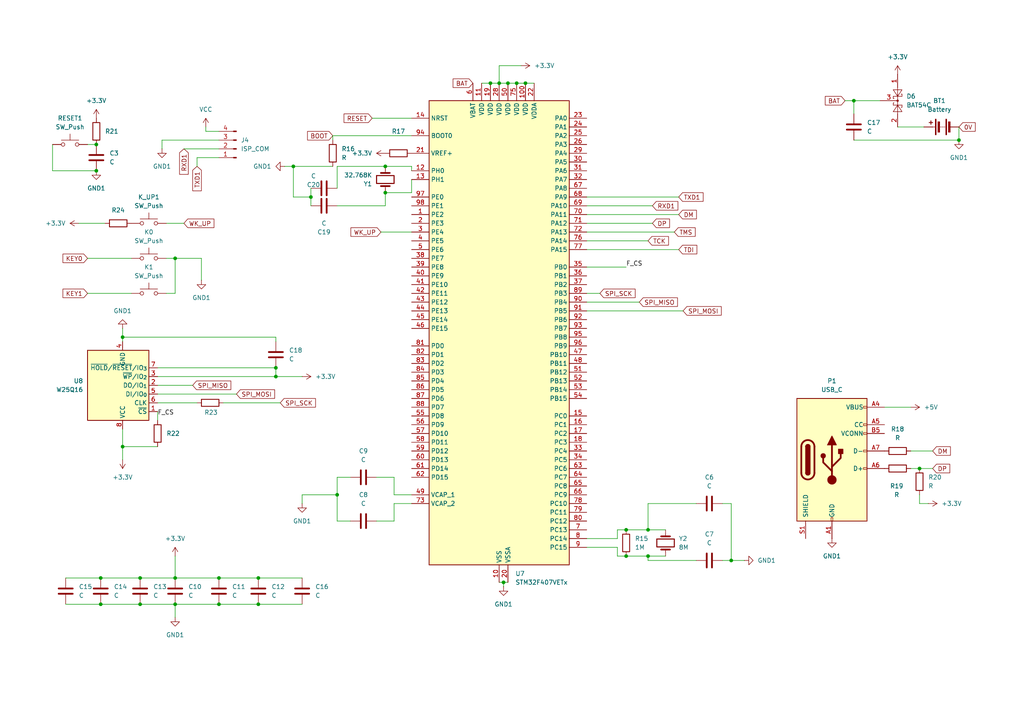
<source format=kicad_sch>
(kicad_sch (version 20250114) (generator "eeschema") (generator_version "9.0")
  (paper "A4")
  (lib_symbols
    (symbol "Connector:Conn_01x04_Pin" (pin_names (offset 1.016) (hide yes))
      (property "Reference" "J" (at 0 5.08 0))
      (property "Value" "Conn_01x04_Pin" (at 0 -7.62 0))
      (symbol "Conn_01x04_Pin_1_1"
        (rectangle (start 0.8636 2.667) (end 0 2.413) (stroke (width 0.1524)) (fill (type outline)))
        (rectangle (start 0.8636 0.127) (end 0 -0.127) (stroke (width 0.1524)) (fill (type outline)))
        (rectangle (start 0.8636 -2.413) (end 0 -2.667) (stroke (width 0.1524)) (fill (type outline)))
        (rectangle (start 0.8636 -4.953) (end 0 -5.207) (stroke (width 0.1524)) (fill (type outline)))
        (polyline (pts (xy 1.27 2.54) (xy 0.8636 2.54)) (stroke (width 0.1524)))
        (polyline (pts (xy 1.27 0) (xy 0.8636 0)) (stroke (width 0.1524)))
        (polyline (pts (xy 1.27 -2.54) (xy 0.8636 -2.54)) (stroke (width 0.1524)))
        (polyline (pts (xy 1.27 -5.08) (xy 0.8636 -5.08)) (stroke (width 0.1524)))
        (pin passive line (at 5.08 2.54 180) (length 3.81) (name "Pin_1") (number "1"))
        (pin passive line (at 5.08 0 180) (length 3.81) (name "Pin_2") (number "2"))
        (pin passive line (at 5.08 -2.54 180) (length 3.81) (name "Pin_3") (number "3"))
        (pin passive line (at 5.08 -5.08 180) (length 3.81) (name "Pin_4") (number "4"))
      )
    )
    (symbol "Connector:USB_C_Plug_USB2.0" (pin_names (offset 1.016))
      (property "Reference" "P" (at -10.16 19.05 0))
      (property "Value" "USB_C_Plug_USB2.0" (at 12.7 19.05 0))
      (symbol "USB_C_Plug_USB2.0_0_0"
        (rectangle (start -0.254 -17.78) (end 0.254 -16.764))
        (rectangle (start 10.16 15.494) (end 9.144 14.986))
        (rectangle (start 10.16 10.414) (end 9.144 9.906))
        (rectangle (start 10.16 7.874) (end 9.144 7.366))
        (rectangle (start 10.16 2.794) (end 9.144 2.286))
        (rectangle (start 10.16 -2.286) (end 9.144 -2.794))
      )
      (symbol "USB_C_Plug_USB2.0_0_1"
        (rectangle (start -10.16 17.78) (end 10.16 -17.78) (stroke (width 0.254)) (fill (type background)))
        (polyline (pts (xy -8.89 -3.81) (xy -8.89 3.81)) (stroke (width 0.508)))
        (rectangle (start -7.62 -3.81) (end -6.35 3.81) (stroke (width 0.254)) (fill (type outline)))
        (arc (start -7.62 3.81) (mid -6.985 4.4423) (end -6.35 3.81) (stroke (width 0.254)))
        (arc (start -7.62 3.81) (mid -6.985 4.4423) (end -6.35 3.81) (stroke (width 0.254)) (fill (type outline)))
        (arc (start -8.89 3.81) (mid -6.985 5.7067) (end -5.08 3.81) (stroke (width 0.508)))
        (arc (start -5.08 -3.81) (mid -6.985 -5.7067) (end -8.89 -3.81) (stroke (width 0.508)))
        (arc (start -6.35 -3.81) (mid -6.985 -4.4423) (end -7.62 -3.81) (stroke (width 0.254)))
        (arc (start -6.35 -3.81) (mid -6.985 -4.4423) (end -7.62 -3.81) (stroke (width 0.254)) (fill (type outline)))
        (polyline (pts (xy -5.08 3.81) (xy -5.08 -3.81)) (stroke (width 0.508)))
        (circle (center -2.54 1.143) (radius 0.635) (stroke (width 0.254)) (fill (type outline)))
        (polyline (pts (xy -1.27 4.318) (xy 0 6.858) (xy 1.27 4.318) (xy -1.27 4.318)) (stroke (width 0.254)) (fill (type outline)))
        (polyline (pts (xy 0 -2.032) (xy 2.54 0.508) (xy 2.54 1.778)) (stroke (width 0.508)))
        (polyline (pts (xy 0 -3.302) (xy -2.54 -0.762) (xy -2.54 0.508)) (stroke (width 0.508)))
        (polyline (pts (xy 0 -5.842) (xy 0 4.318)) (stroke (width 0.508)))
        (circle (center 0 -5.842) (radius 1.27) (fill (type outline)))
        (rectangle (start 1.905 1.778) (end 3.175 3.048) (stroke (width 0.254)) (fill (type outline)))
      )
      (symbol "USB_C_Plug_USB2.0_1_1"
        (pin passive line (at -7.62 -22.86 90) (length 5.08) (name "SHIELD") (number "S1"))
        (pin passive line (at 0 -22.86 90) (length 5.08) (name "GND") (number "A1"))
        (pin passive line (at 0 -22.86 90) (length 5.08) (hide yes) (name "GND") (number "A12"))
        (pin passive line (at 0 -22.86 90) (length 5.08) (hide yes) (name "GND") (number "B1"))
        (pin passive line (at 0 -22.86 90) (length 5.08) (hide yes) (name "GND") (number "B12"))
        (pin passive line (at 15.24 15.24 180) (length 5.08) (name "VBUS") (number "A4"))
        (pin passive line (at 15.24 15.24 180) (length 5.08) (hide yes) (name "VBUS") (number "A9"))
        (pin passive line (at 15.24 15.24 180) (length 5.08) (hide yes) (name "VBUS") (number "B4"))
        (pin passive line (at 15.24 15.24 180) (length 5.08) (hide yes) (name "VBUS") (number "B9"))
        (pin bidirectional line (at 15.24 10.16 180) (length 5.08) (name "CC") (number "A5"))
        (pin bidirectional line (at 15.24 7.62 180) (length 5.08) (name "VCONN") (number "B5"))
        (pin bidirectional line (at 15.24 2.54 180) (length 5.08) (name "D-") (number "A7"))
        (pin bidirectional line (at 15.24 -2.54 180) (length 5.08) (name "D+") (number "A6"))
      )
    )
    (symbol "Device:Battery" (pin_numbers (hide yes)) (pin_names (offset 0) (hide yes))
      (property "Reference" "BT" (at 2.54 2.54 0))
      (property "Value" "Battery" (at 2.54 0 0))
      (symbol "Battery_0_1"
        (rectangle (start -2.286 1.778) (end 2.286 1.524) (fill (type outline)))
        (rectangle (start -2.286 -1.27) (end 2.286 -1.524) (fill (type outline)))
        (rectangle (start -1.524 1.016) (end 1.524 0.508) (fill (type outline)))
        (rectangle (start -1.524 -2.032) (end 1.524 -2.54) (fill (type outline)))
        (polyline (pts (xy 0 1.778) (xy 0 2.54)))
        (polyline (pts (xy 0 0) (xy 0 0.254)))
        (polyline (pts (xy 0 -0.508) (xy 0 -0.254)))
        (polyline (pts (xy 0 -1.016) (xy 0 -0.762)))
        (polyline (pts (xy 0.762 3.048) (xy 1.778 3.048)) (stroke (width 0.254)))
        (polyline (pts (xy 1.27 3.556) (xy 1.27 2.54)) (stroke (width 0.254)))
      )
      (symbol "Battery_1_1"
        (pin passive line (at 0 5.08 270) (length 2.54) (name "+") (number "1"))
        (pin passive line (at 0 -5.08 90) (length 2.54) (name "-") (number "2"))
      )
    )
    (symbol "Device:C" (pin_numbers (hide yes)) (pin_names (offset 0.254))
      (property "Reference" "C" (at 0.635 2.54 0))
      (property "Value" "C" (at 0.635 -2.54 0))
      (symbol "C_0_1"
        (polyline (pts (xy -2.032 0.762) (xy 2.032 0.762)) (stroke (width 0.508)))
        (polyline (pts (xy -2.032 -0.762) (xy 2.032 -0.762)) (stroke (width 0.508)))
      )
      (symbol "C_1_1"
        (pin passive line (at 0 3.81 270) (length 2.794) (name "~") (number "1"))
        (pin passive line (at 0 -3.81 90) (length 2.794) (name "~") (number "2"))
      )
    )
    (symbol "Device:Crystal" (pin_numbers (hide yes)) (pin_names (offset 1.016) (hide yes))
      (property "Reference" "Y" (at 0 3.81 0))
      (property "Value" "Crystal" (at 0 -3.81 0))
      (symbol "Crystal_0_1"
        (polyline (pts (xy -2.54 0) (xy -1.905 0)))
        (polyline (pts (xy -1.905 -1.27) (xy -1.905 1.27)) (stroke (width 0.508)))
        (rectangle (start -1.143 2.54) (end 1.143 -2.54) (stroke (width 0.3048)))
        (polyline (pts (xy 1.905 -1.27) (xy 1.905 1.27)) (stroke (width 0.508)))
        (polyline (pts (xy 2.54 0) (xy 1.905 0)))
      )
      (symbol "Crystal_1_1"
        (pin passive line (at -3.81 0 0) (length 1.27) (name "1") (number "1"))
        (pin passive line (at 3.81 0 180) (length 1.27) (name "2") (number "2"))
      )
    )
    (symbol "Device:R" (pin_numbers (hide yes)) (pin_names (offset 0))
      (property "Reference" "R" (at 2.032 0 90))
      (property "Value" "R" (at 0 0 90))
      (symbol "R_0_1"
        (rectangle (start -1.016 -2.54) (end 1.016 2.54) (stroke (width 0.254)))
      )
      (symbol "R_1_1"
        (pin passive line (at 0 3.81 270) (length 1.27) (name "~") (number "1"))
        (pin passive line (at 0 -3.81 90) (length 1.27) (name "~") (number "2"))
      )
    )
    (symbol "Diode:BAT54C" (pin_names (offset 1.016))
      (property "Reference" "D" (at 0.635 -3.81 0))
      (property "Value" "BAT54C" (at -6.35 3.175 0))
      (symbol "BAT54C_0_1"
        (polyline (pts (xy -3.175 -1.27) (xy -3.175 1.27) (xy -1.27 0) (xy -3.175 -1.27)))
        (polyline (pts (xy -1.905 1.27) (xy -1.905 1.016)))
        (polyline (pts (xy -1.905 0) (xy 1.905 0)))
        (polyline (pts (xy -1.27 1.27) (xy -1.905 1.27)))
        (polyline (pts (xy -1.27 1.27) (xy -1.27 -1.27)))
        (polyline (pts (xy -1.27 0) (xy -3.81 0)))
        (polyline (pts (xy -1.27 -1.27) (xy -0.635 -1.27)))
        (polyline (pts (xy -0.635 -1.27) (xy -0.635 -1.016)))
        (circle (center 0 0) (radius 0.254) (fill (type outline)))
        (polyline (pts (xy 0.635 -1.27) (xy 0.635 -1.016)))
        (polyline (pts (xy 1.27 1.27) (xy 1.27 -1.27)))
        (polyline (pts (xy 1.27 1.27) (xy 1.905 1.27)))
        (polyline (pts (xy 1.27 -1.27) (xy 0.635 -1.27)))
        (polyline (pts (xy 1.905 1.27) (xy 1.905 1.016)))
        (polyline (pts (xy 3.175 -1.27) (xy 3.175 1.27) (xy 1.27 0) (xy 3.175 -1.27)))
        (polyline (pts (xy 3.81 0) (xy 1.27 0)))
      )
      (symbol "BAT54C_1_1"
        (pin passive line (at -7.62 0 0) (length 3.81) (name "~") (number "1"))
        (pin passive line (at 0 -5.08 90) (length 5.08) (name "~") (number "3"))
        (pin passive line (at 7.62 0 180) (length 3.81) (name "~") (number "2"))
      )
    )
    (symbol "MCU_ST_STM32F4:STM32F407VETx"
      (property "Reference" "U" (at -20.32 69.85 0))
      (property "Value" "STM32F407VETx" (at 12.7 69.85 0))
      (symbol "STM32F407VETx_0_1"
        (rectangle (start -20.32 -66.04) (end 20.32 68.58) (stroke (width 0.254)) (fill (type background)))
      )
      (symbol "STM32F407VETx_1_1"
        (pin input line (at -25.4 63.5 0) (length 5.08) (name "NRST") (number "14"))
        (pin input line (at -25.4 58.42 0) (length 5.08) (name "BOOT0") (number "94"))
        (pin input line (at -25.4 53.34 0) (length 5.08) (name "VREF+") (number "21"))
        (pin bidirectional line (at -25.4 48.26 0) (length 5.08) (name "PH0") (number "12"))
        (pin bidirectional line (at -25.4 45.72 0) (length 5.08) (name "PH1") (number "13"))
        (pin bidirectional line (at -25.4 40.64 0) (length 5.08) (name "PE0") (number "97"))
        (pin bidirectional line (at -25.4 38.1 0) (length 5.08) (name "PE1") (number "98"))
        (pin bidirectional line (at -25.4 35.56 0) (length 5.08) (name "PE2") (number "1"))
        (pin bidirectional line (at -25.4 33.02 0) (length 5.08) (name "PE3") (number "2"))
        (pin bidirectional line (at -25.4 30.48 0) (length 5.08) (name "PE4") (number "3"))
        (pin bidirectional line (at -25.4 27.94 0) (length 5.08) (name "PE5") (number "4"))
        (pin bidirectional line (at -25.4 25.4 0) (length 5.08) (name "PE6") (number "5"))
        (pin bidirectional line (at -25.4 22.86 0) (length 5.08) (name "PE7") (number "38"))
        (pin bidirectional line (at -25.4 20.32 0) (length 5.08) (name "PE8") (number "39"))
        (pin bidirectional line (at -25.4 17.78 0) (length 5.08) (name "PE9") (number "40"))
        (pin bidirectional line (at -25.4 15.24 0) (length 5.08) (name "PE10") (number "41"))
        (pin bidirectional line (at -25.4 12.7 0) (length 5.08) (name "PE11") (number "42"))
        (pin bidirectional line (at -25.4 10.16 0) (length 5.08) (name "PE12") (number "43"))
        (pin bidirectional line (at -25.4 7.62 0) (length 5.08) (name "PE13") (number "44"))
        (pin bidirectional line (at -25.4 5.08 0) (length 5.08) (name "PE14") (number "45"))
        (pin bidirectional line (at -25.4 2.54 0) (length 5.08) (name "PE15") (number "46"))
        (pin bidirectional line (at -25.4 -2.54 0) (length 5.08) (name "PD0") (number "81"))
        (pin bidirectional line (at -25.4 -5.08 0) (length 5.08) (name "PD1") (number "82"))
        (pin bidirectional line (at -25.4 -7.62 0) (length 5.08) (name "PD2") (number "83"))
        (pin bidirectional line (at -25.4 -10.16 0) (length 5.08) (name "PD3") (number "84"))
        (pin bidirectional line (at -25.4 -12.7 0) (length 5.08) (name "PD4") (number "85"))
        (pin bidirectional line (at -25.4 -15.24 0) (length 5.08) (name "PD5") (number "86"))
        (pin bidirectional line (at -25.4 -17.78 0) (length 5.08) (name "PD6") (number "87"))
        (pin bidirectional line (at -25.4 -20.32 0) (length 5.08) (name "PD7") (number "88"))
        (pin bidirectional line (at -25.4 -22.86 0) (length 5.08) (name "PD8") (number "55"))
        (pin bidirectional line (at -25.4 -25.4 0) (length 5.08) (name "PD9") (number "56"))
        (pin bidirectional line (at -25.4 -27.94 0) (length 5.08) (name "PD10") (number "57"))
        (pin bidirectional line (at -25.4 -30.48 0) (length 5.08) (name "PD11") (number "58"))
        (pin bidirectional line (at -25.4 -33.02 0) (length 5.08) (name "PD12") (number "59"))
        (pin bidirectional line (at -25.4 -35.56 0) (length 5.08) (name "PD13") (number "60"))
        (pin bidirectional line (at -25.4 -38.1 0) (length 5.08) (name "PD14") (number "61"))
        (pin bidirectional line (at -25.4 -40.64 0) (length 5.08) (name "PD15") (number "62"))
        (pin power_out line (at -25.4 -45.72 0) (length 5.08) (name "VCAP_1") (number "49"))
        (pin power_out line (at -25.4 -48.26 0) (length 5.08) (name "VCAP_2") (number "73"))
        (pin power_in line (at -7.62 73.66 270) (length 5.08) (name "VBAT") (number "6"))
        (pin power_in line (at -5.08 73.66 270) (length 5.08) (name "VDD") (number "11"))
        (pin power_in line (at -2.54 73.66 270) (length 5.08) (name "VDD") (number "19"))
        (pin power_in line (at 0 73.66 270) (length 5.08) (name "VDD") (number "28"))
        (pin power_in line (at 0 -71.12 90) (length 5.08) (name "VSS") (number "10"))
        (pin passive line (at 0 -71.12 90) (length 5.08) (hide yes) (name "VSS") (number "27"))
        (pin passive line (at 0 -71.12 90) (length 5.08) (hide yes) (name "VSS") (number "74"))
        (pin passive line (at 0 -71.12 90) (length 5.08) (hide yes) (name "VSS") (number "99"))
        (pin power_in line (at 2.54 73.66 270) (length 5.08) (name "VDD") (number "50"))
        (pin power_in line (at 2.54 -71.12 90) (length 5.08) (name "VSSA") (number "20"))
        (pin power_in line (at 5.08 73.66 270) (length 5.08) (name "VDD") (number "75"))
        (pin power_in line (at 7.62 73.66 270) (length 5.08) (name "VDD") (number "100"))
        (pin power_in line (at 10.16 73.66 270) (length 5.08) (name "VDDA") (number "22"))
        (pin bidirectional line (at 25.4 63.5 180) (length 5.08) (name "PA0") (number "23"))
        (pin bidirectional line (at 25.4 60.96 180) (length 5.08) (name "PA1") (number "24"))
        (pin bidirectional line (at 25.4 58.42 180) (length 5.08) (name "PA2") (number "25"))
        (pin bidirectional line (at 25.4 55.88 180) (length 5.08) (name "PA3") (number "26"))
        (pin bidirectional line (at 25.4 53.34 180) (length 5.08) (name "PA4") (number "29"))
        (pin bidirectional line (at 25.4 50.8 180) (length 5.08) (name "PA5") (number "30"))
        (pin bidirectional line (at 25.4 48.26 180) (length 5.08) (name "PA6") (number "31"))
        (pin bidirectional line (at 25.4 45.72 180) (length 5.08) (name "PA7") (number "32"))
        (pin bidirectional line (at 25.4 43.18 180) (length 5.08) (name "PA8") (number "67"))
        (pin bidirectional line (at 25.4 40.64 180) (length 5.08) (name "PA9") (number "68"))
        (pin bidirectional line (at 25.4 38.1 180) (length 5.08) (name "PA10") (number "69"))
        (pin bidirectional line (at 25.4 35.56 180) (length 5.08) (name "PA11") (number "70"))
        (pin bidirectional line (at 25.4 33.02 180) (length 5.08) (name "PA12") (number "71"))
        (pin bidirectional line (at 25.4 30.48 180) (length 5.08) (name "PA13") (number "72"))
        (pin bidirectional line (at 25.4 27.94 180) (length 5.08) (name "PA14") (number "76"))
        (pin bidirectional line (at 25.4 25.4 180) (length 5.08) (name "PA15") (number "77"))
        (pin bidirectional line (at 25.4 20.32 180) (length 5.08) (name "PB0") (number "35"))
        (pin bidirectional line (at 25.4 17.78 180) (length 5.08) (name "PB1") (number "36"))
        (pin bidirectional line (at 25.4 15.24 180) (length 5.08) (name "PB2") (number "37"))
        (pin bidirectional line (at 25.4 12.7 180) (length 5.08) (name "PB3") (number "89"))
        (pin bidirectional line (at 25.4 10.16 180) (length 5.08) (name "PB4") (number "90"))
        (pin bidirectional line (at 25.4 7.62 180) (length 5.08) (name "PB5") (number "91"))
        (pin bidirectional line (at 25.4 5.08 180) (length 5.08) (name "PB6") (number "92"))
        (pin bidirectional line (at 25.4 2.54 180) (length 5.08) (name "PB7") (number "93"))
        (pin bidirectional line (at 25.4 0 180) (length 5.08) (name "PB8") (number "95"))
        (pin bidirectional line (at 25.4 -2.54 180) (length 5.08) (name "PB9") (number "96"))
        (pin bidirectional line (at 25.4 -5.08 180) (length 5.08) (name "PB10") (number "47"))
        (pin bidirectional line (at 25.4 -7.62 180) (length 5.08) (name "PB11") (number "48"))
        (pin bidirectional line (at 25.4 -10.16 180) (length 5.08) (name "PB12") (number "51"))
        (pin bidirectional line (at 25.4 -12.7 180) (length 5.08) (name "PB13") (number "52"))
        (pin bidirectional line (at 25.4 -15.24 180) (length 5.08) (name "PB14") (number "53"))
        (pin bidirectional line (at 25.4 -17.78 180) (length 5.08) (name "PB15") (number "54"))
        (pin bidirectional line (at 25.4 -22.86 180) (length 5.08) (name "PC0") (number "15"))
        (pin bidirectional line (at 25.4 -25.4 180) (length 5.08) (name "PC1") (number "16"))
        (pin bidirectional line (at 25.4 -27.94 180) (length 5.08) (name "PC2") (number "17"))
        (pin bidirectional line (at 25.4 -30.48 180) (length 5.08) (name "PC3") (number "18"))
        (pin bidirectional line (at 25.4 -33.02 180) (length 5.08) (name "PC4") (number "33"))
        (pin bidirectional line (at 25.4 -35.56 180) (length 5.08) (name "PC5") (number "34"))
        (pin bidirectional line (at 25.4 -38.1 180) (length 5.08) (name "PC6") (number "63"))
        (pin bidirectional line (at 25.4 -40.64 180) (length 5.08) (name "PC7") (number "64"))
        (pin bidirectional line (at 25.4 -43.18 180) (length 5.08) (name "PC8") (number "65"))
        (pin bidirectional line (at 25.4 -45.72 180) (length 5.08) (name "PC9") (number "66"))
        (pin bidirectional line (at 25.4 -48.26 180) (length 5.08) (name "PC10") (number "78"))
        (pin bidirectional line (at 25.4 -50.8 180) (length 5.08) (name "PC11") (number "79"))
        (pin bidirectional line (at 25.4 -53.34 180) (length 5.08) (name "PC12") (number "80"))
        (pin bidirectional line (at 25.4 -55.88 180) (length 5.08) (name "PC13") (number "7"))
        (pin bidirectional line (at 25.4 -58.42 180) (length 5.08) (name "PC14") (number "8"))
        (pin bidirectional line (at 25.4 -60.96 180) (length 5.08) (name "PC15") (number "9"))
      )
    )
    (symbol "Memory_Flash:W25Q16JVSS"
      (property "Reference" "U" (at -6.35 11.43 0))
      (property "Value" "W25Q16JVSS" (at 7.62 11.43 0))
      (symbol "W25Q16JVSS_0_1"
        (rectangle (start -7.62 10.16) (end 10.16 -10.16) (stroke (width 0.254)) (fill (type background)))
      )
      (symbol "W25Q16JVSS_1_1"
        (pin input line (at -10.16 7.62 0) (length 2.54) (name "~{CS}") (number "1"))
        (pin input line (at -10.16 5.08 0) (length 2.54) (name "CLK") (number "6"))
        (pin bidirectional line (at -10.16 2.54 0) (length 2.54) (name "DI/IO_{0}") (number "5"))
        (pin bidirectional line (at -10.16 0 0) (length 2.54) (name "DO/IO_{1}") (number "2"))
        (pin bidirectional line (at -10.16 -2.54 0) (length 2.54) (name "~{WP}/IO_{2}") (number "3"))
        (pin bidirectional line (at -10.16 -5.08 0) (length 2.54) (name "~{HOLD}/~{RESET}/IO_{3}") (number "7"))
        (pin power_in line (at 0 12.7 270) (length 2.54) (name "VCC") (number "8"))
        (pin power_in line (at 0 -12.7 90) (length 2.54) (name "GND") (number "4"))
      )
    )
    (symbol "Switch:SW_Push" (pin_numbers (hide yes)) (pin_names (offset 1.016) (hide yes))
      (property "Reference" "SW" (at 1.27 2.54 0))
      (property "Value" "SW_Push" (at 0 -1.524 0))
      (symbol "SW_Push_0_1"
        (circle (center -2.032 0) (radius 0.508))
        (polyline (pts (xy 0 1.27) (xy 0 3.048)))
        (circle (center 2.032 0) (radius 0.508))
        (polyline (pts (xy 2.54 1.27) (xy -2.54 1.27)))
        (pin passive line (at -5.08 0 0) (length 2.54) (name "1") (number "1"))
        (pin passive line (at 5.08 0 180) (length 2.54) (name "2") (number "2"))
      )
    )
    (symbol "power:GND1" (power) (pin_numbers (hide yes)) (pin_names (offset 0) (hide yes))
      (property "Value" "GND1" (at 0 -3.81 0))
      (symbol "GND1_0_1"
        (polyline (pts (xy 0 0) (xy 0 -1.27) (xy 1.27 -1.27) (xy 0 -2.54) (xy -1.27 -1.27) (xy 0 -1.27)))
      )
      (symbol "GND1_1_1"
        (pin power_in line (at 0 0 270) (length 0) (name "~") (number "1"))
      )
    )
    (symbol "power:VCC" (power) (pin_numbers (hide yes)) (pin_names (offset 0) (hide yes))
      (property "Value" "VCC" (at 0 3.556 0))
      (symbol "VCC_0_1"
        (polyline (pts (xy -0.762 1.27) (xy 0 2.54)))
        (polyline (pts (xy 0 2.54) (xy 0.762 1.27)))
        (polyline (pts (xy 0 0) (xy 0 2.54)))
      )
      (symbol "VCC_1_1"
        (pin power_in line (at 0 0 90) (length 0) (name "~") (number "1"))
      )
    )
  )
  (junction (at 40.64 167.64))
  (junction (at 144.78 24.13))
  (junction (at 212.09 162.56))
  (junction (at 90.17 57.15))
  (junction (at 142.24 24.13))
  (junction (at 187.96 161.29))
  (junction (at 50.8 175.26))
  (junction (at 63.5 167.64))
  (junction (at 50.8 167.64))
  (junction (at 80.01 106.68))
  (junction (at 187.96 153.67))
  (junction (at 146.05 168.91))
  (junction (at 50.8 74.93))
  (junction (at 63.5 175.26))
  (junction (at 247.65 29.21))
  (junction (at 80.01 109.22))
  (junction (at 278.13 40.64))
  (junction (at 111.76 48.26))
  (junction (at 149.86 24.13))
  (junction (at 181.61 153.67))
  (junction (at 181.61 161.29))
  (junction (at 147.32 24.13))
  (junction (at 152.4 24.13))
  (junction (at 27.94 41.91))
  (junction (at 35.56 129.54))
  (junction (at 74.93 175.26))
  (junction (at 85.09 48.26))
  (junction (at 266.7 135.89))
  (junction (at 40.64 175.26))
  (junction (at 29.21 175.26))
  (junction (at 35.56 97.79))
  (junction (at 74.93 167.64))
  (junction (at 111.76 55.88))
  (junction (at 97.79 143.51))
  (junction (at 27.94 49.53))
  (junction (at 29.21 167.64))
  (wire (pts (xy 45.72 109.22) (xy 80.01 109.22)))
  (wire (pts (xy 119.38 55.88) (xy 111.76 55.88)))
  (wire (pts (xy 58.42 74.93) (xy 58.42 81.28)))
  (wire (pts (xy 97.79 143.51) (xy 97.79 151.13)))
  (wire (pts (xy 170.18 69.85) (xy 187.96 69.85)))
  (wire (pts (xy 146.05 168.91) (xy 147.32 168.91)))
  (wire (pts (xy 45.72 121.92) (xy 45.72 119.38)))
  (wire (pts (xy 170.18 64.77) (xy 189.23 64.77)))
  (wire (pts (xy 40.64 175.26) (xy 50.8 175.26)))
  (wire (pts (xy 111.76 48.26) (xy 119.38 48.26)))
  (wire (pts (xy 170.18 87.63) (xy 185.42 87.63)))
  (wire (pts (xy 152.4 24.13) (xy 154.94 24.13)))
  (wire (pts (xy 245.11 29.21) (xy 247.65 29.21)))
  (wire (pts (xy 247.65 29.21) (xy 255.27 29.21)))
  (wire (pts (xy 22.86 64.77) (xy 30.48 64.77)))
  (wire (pts (xy 82.55 48.26) (xy 85.09 48.26)))
  (wire (pts (xy 57.15 45.72) (xy 63.5 45.72)))
  (wire (pts (xy 87.63 143.51) (xy 97.79 143.51)))
  (wire (pts (xy 139.7 24.13) (xy 142.24 24.13)))
  (wire (pts (xy 201.93 162.56) (xy 187.96 162.56)))
  (wire (pts (xy 149.86 24.13) (xy 152.4 24.13)))
  (wire (pts (xy 266.7 143.51) (xy 266.7 146.05)))
  (wire (pts (xy 59.69 38.1) (xy 63.5 38.1)))
  (wire (pts (xy 111.76 59.69) (xy 111.76 55.88)))
  (wire (pts (xy 35.56 95.25) (xy 35.56 97.79)))
  (wire (pts (xy 266.7 135.89) (xy 264.16 135.89)))
  (wire (pts (xy 57.15 48.26) (xy 57.15 45.72)))
  (wire (pts (xy 201.93 146.05) (xy 187.96 146.05)))
  (wire (pts (xy 90.17 57.15) (xy 90.17 59.69)))
  (wire (pts (xy 187.96 146.05) (xy 187.96 153.67)))
  (wire (pts (xy 59.69 36.83) (xy 59.69 38.1)))
  (wire (pts (xy 170.18 156.21) (xy 179.07 156.21)))
  (wire (pts (xy 97.79 138.43) (xy 97.79 143.51)))
  (wire (pts (xy 50.8 74.93) (xy 58.42 74.93)))
  (wire (pts (xy 256.54 118.11) (xy 264.16 118.11)))
  (wire (pts (xy 19.05 167.64) (xy 29.21 167.64)))
  (wire (pts (xy 96.52 39.37) (xy 96.52 40.64)))
  (wire (pts (xy 64.77 116.84) (xy 81.28 116.84)))
  (wire (pts (xy 50.8 85.09) (xy 50.8 74.93)))
  (wire (pts (xy 90.17 57.15) (xy 85.09 57.15)))
  (wire (pts (xy 144.78 24.13) (xy 147.32 24.13)))
  (wire (pts (xy 170.18 90.17) (xy 198.12 90.17)))
  (wire (pts (xy 107.95 34.29) (xy 119.38 34.29)))
  (wire (pts (xy 170.18 72.39) (xy 196.85 72.39)))
  (wire (pts (xy 53.34 43.18) (xy 63.5 43.18)))
  (wire (pts (xy 25.4 74.93) (xy 38.1 74.93)))
  (wire (pts (xy 25.4 41.91) (xy 27.94 41.91)))
  (wire (pts (xy 90.17 54.61) (xy 90.17 57.15)))
  (wire (pts (xy 144.78 19.05) (xy 144.78 24.13)))
  (wire (pts (xy 170.18 57.15) (xy 196.85 57.15)))
  (wire (pts (xy 74.93 175.26) (xy 87.63 175.26)))
  (wire (pts (xy 170.18 85.09) (xy 173.99 85.09)))
  (wire (pts (xy 97.79 59.69) (xy 111.76 59.69)))
  (wire (pts (xy 144.78 168.91) (xy 146.05 168.91)))
  (wire (pts (xy 97.79 151.13) (xy 101.6 151.13)))
  (wire (pts (xy 170.18 158.75) (xy 179.07 158.75)))
  (wire (pts (xy 48.26 85.09) (xy 50.8 85.09)))
  (wire (pts (xy 63.5 175.26) (xy 74.93 175.26)))
  (wire (pts (xy 114.3 146.05) (xy 119.38 146.05)))
  (wire (pts (xy 179.07 158.75) (xy 179.07 161.29)))
  (wire (pts (xy 114.3 138.43) (xy 114.3 143.51)))
  (wire (pts (xy 80.01 109.22) (xy 87.63 109.22)))
  (wire (pts (xy 142.24 24.13) (xy 144.78 24.13)))
  (wire (pts (xy 48.26 74.93) (xy 50.8 74.93)))
  (wire (pts (xy 146.05 170.18) (xy 146.05 168.91)))
  (wire (pts (xy 63.5 167.64) (xy 74.93 167.64)))
  (wire (pts (xy 110.49 67.31) (xy 119.38 67.31)))
  (wire (pts (xy 209.55 162.56) (xy 212.09 162.56)))
  (wire (pts (xy 179.07 156.21) (xy 179.07 153.67)))
  (wire (pts (xy 85.09 48.26) (xy 96.52 48.26)))
  (wire (pts (xy 87.63 146.05) (xy 87.63 143.51)))
  (wire (pts (xy 63.5 40.64) (xy 46.99 40.64)))
  (wire (pts (xy 247.65 40.64) (xy 278.13 40.64)))
  (wire (pts (xy 193.04 153.67) (xy 187.96 153.67)))
  (wire (pts (xy 181.61 77.47) (xy 170.18 77.47)))
  (wire (pts (xy 53.34 64.77) (xy 48.26 64.77)))
  (wire (pts (xy 97.79 48.26) (xy 111.76 48.26)))
  (wire (pts (xy 97.79 54.61) (xy 97.79 48.26)))
  (wire (pts (xy 15.24 49.53) (xy 27.94 49.53)))
  (wire (pts (xy 114.3 143.51) (xy 119.38 143.51)))
  (wire (pts (xy 119.38 48.26) (xy 119.38 49.53)))
  (wire (pts (xy 85.09 57.15) (xy 85.09 48.26)))
  (wire (pts (xy 50.8 161.29) (xy 50.8 167.64)))
  (wire (pts (xy 187.96 162.56) (xy 187.96 161.29)))
  (wire (pts (xy 209.55 146.05) (xy 212.09 146.05)))
  (wire (pts (xy 270.51 130.81) (xy 264.16 130.81)))
  (wire (pts (xy 170.18 67.31) (xy 195.58 67.31)))
  (wire (pts (xy 170.18 62.23) (xy 196.85 62.23)))
  (wire (pts (xy 45.72 111.76) (xy 55.88 111.76)))
  (wire (pts (xy 109.22 151.13) (xy 114.3 151.13)))
  (wire (pts (xy 96.52 39.37) (xy 119.38 39.37)))
  (wire (pts (xy 45.72 116.84) (xy 57.15 116.84)))
  (wire (pts (xy 45.72 129.54) (xy 35.56 129.54)))
  (wire (pts (xy 74.93 167.64) (xy 87.63 167.64)))
  (wire (pts (xy 45.72 114.3) (xy 68.58 114.3)))
  (wire (pts (xy 46.99 40.64) (xy 46.99 43.18)))
  (wire (pts (xy 114.3 151.13) (xy 114.3 146.05)))
  (wire (pts (xy 40.64 167.64) (xy 50.8 167.64)))
  (wire (pts (xy 179.07 153.67) (xy 181.61 153.67)))
  (wire (pts (xy 80.01 106.68) (xy 80.01 109.22)))
  (wire (pts (xy 29.21 175.26) (xy 40.64 175.26)))
  (wire (pts (xy 50.8 179.07) (xy 50.8 175.26)))
  (wire (pts (xy 260.35 36.83) (xy 267.97 36.83)))
  (wire (pts (xy 80.01 99.06) (xy 80.01 97.79)))
  (wire (pts (xy 80.01 97.79) (xy 35.56 97.79)))
  (wire (pts (xy 109.22 138.43) (xy 114.3 138.43)))
  (wire (pts (xy 181.61 161.29) (xy 187.96 161.29)))
  (wire (pts (xy 25.4 85.09) (xy 38.1 85.09)))
  (wire (pts (xy 15.24 41.91) (xy 15.24 49.53)))
  (wire (pts (xy 19.05 175.26) (xy 29.21 175.26)))
  (wire (pts (xy 278.13 36.83) (xy 278.13 40.64)))
  (wire (pts (xy 35.56 129.54) (xy 35.56 124.46)))
  (wire (pts (xy 170.18 59.69) (xy 189.23 59.69)))
  (wire (pts (xy 35.56 133.35) (xy 35.56 129.54)))
  (wire (pts (xy 212.09 162.56) (xy 215.9 162.56)))
  (wire (pts (xy 270.51 135.89) (xy 266.7 135.89)))
  (wire (pts (xy 151.13 19.05) (xy 144.78 19.05)))
  (wire (pts (xy 45.72 106.68) (xy 80.01 106.68)))
  (wire (pts (xy 147.32 24.13) (xy 149.86 24.13)))
  (wire (pts (xy 179.07 161.29) (xy 181.61 161.29)))
  (wire (pts (xy 266.7 146.05) (xy 269.24 146.05)))
  (wire (pts (xy 119.38 52.07) (xy 119.38 55.88)))
  (wire (pts (xy 50.8 175.26) (xy 63.5 175.26)))
  (wire (pts (xy 212.09 146.05) (xy 212.09 162.56)))
  (wire (pts (xy 50.8 167.64) (xy 63.5 167.64)))
  (wire (pts (xy 181.61 153.67) (xy 187.96 153.67)))
  (wire (pts (xy 247.65 29.21) (xy 247.65 33.02)))
  (wire (pts (xy 101.6 138.43) (xy 97.79 138.43)))
  (wire (pts (xy 193.04 161.29) (xy 187.96 161.29)))
  (wire (pts (xy 29.21 167.64) (xy 40.64 167.64)))
  (wire (pts (xy 35.56 97.79) (xy 35.56 99.06)))
  (label "F_CS" (at 45.72 120.65 0))
  (label "F_CS" (at 181.61 77.47 0))
  (global_label "SPI_MISO" (shape input) (at 55.88 111.76 0) (property "Intersheetrefs" "${INTERSHEET_REFS}" (effects (hide yes))))
  (global_label "TCK" (shape input) (at 187.96 69.85 0) (property "Intersheetrefs" "${INTERSHEET_REFS}" (effects (hide yes))))
  (global_label "BAT" (shape input) (at 137.16 24.13 180) (property "Intersheetrefs" "${INTERSHEET_REFS}" (effects (hide yes))))
  (global_label "DP" (shape input) (at 270.51 135.89 0) (property "Intersheetrefs" "${INTERSHEET_REFS}" (effects (hide yes))))
  (global_label "0V" (shape input) (at 278.13 36.83 0) (property "Intersheetrefs" "${INTERSHEET_REFS}" (effects (hide yes))))
  (global_label "KEY0" (shape input) (at 25.4 74.93 180) (property "Intersheetrefs" "${INTERSHEET_REFS}" (effects (hide yes))))
  (global_label "KEY1" (shape input) (at 25.4 85.09 180) (property "Intersheetrefs" "${INTERSHEET_REFS}" (effects (hide yes))))
  (global_label "RXD1" (shape input) (at 189.23 59.69 0) (property "Intersheetrefs" "${INTERSHEET_REFS}" (effects (hide yes))))
  (global_label "SPI_MOSI" (shape input) (at 198.12 90.17 0) (property "Intersheetrefs" "${INTERSHEET_REFS}" (effects (hide yes))))
  (global_label "BAT" (shape input) (at 245.11 29.21 180) (property "Intersheetrefs" "${INTERSHEET_REFS}" (effects (hide yes))))
  (global_label "DM" (shape input) (at 196.85 62.23 0) (property "Intersheetrefs" "${INTERSHEET_REFS}" (effects (hide yes))))
  (global_label "DP" (shape input) (at 189.23 64.77 0) (property "Intersheetrefs" "${INTERSHEET_REFS}" (effects (hide yes))))
  (global_label "DM" (shape input) (at 270.51 130.81 0) (property "Intersheetrefs" "${INTERSHEET_REFS}" (effects (hide yes))))
  (global_label "TXD1" (shape input) (at 57.15 48.26 270) (property "Intersheetrefs" "${INTERSHEET_REFS}" (effects (hide yes))))
  (global_label "TXD1" (shape input) (at 196.85 57.15 0) (property "Intersheetrefs" "${INTERSHEET_REFS}" (effects (hide yes))))
  (global_label "TDI" (shape input) (at 196.85 72.39 0) (property "Intersheetrefs" "${INTERSHEET_REFS}" (effects (hide yes))))
  (global_label "SPI_SCK" (shape input) (at 173.99 85.09 0) (property "Intersheetrefs" "${INTERSHEET_REFS}" (effects (hide yes))))
  (global_label "WK_UP" (shape input) (at 53.34 64.77 0) (property "Intersheetrefs" "${INTERSHEET_REFS}" (effects (hide yes))))
  (global_label "SPI_MISO" (shape input) (at 185.42 87.63 0) (property "Intersheetrefs" "${INTERSHEET_REFS}" (effects (hide yes))))
  (global_label "RXD1" (shape input) (at 53.34 43.18 270) (property "Intersheetrefs" "${INTERSHEET_REFS}" (effects (hide yes))))
  (global_label "SPI_MOSI" (shape input) (at 68.58 114.3 0) (property "Intersheetrefs" "${INTERSHEET_REFS}" (effects (hide yes))))
  (global_label "WK_UP" (shape input) (at 110.49 67.31 180) (property "Intersheetrefs" "${INTERSHEET_REFS}" (effects (hide yes))))
  (global_label "TMS" (shape input) (at 195.58 67.31 0) (property "Intersheetrefs" "${INTERSHEET_REFS}" (effects (hide yes))))
  (global_label "SPI_SCK" (shape input) (at 81.28 116.84 0) (property "Intersheetrefs" "${INTERSHEET_REFS}" (effects (hide yes))))
  (global_label "RESET" (shape input) (at 107.95 34.29 180) (property "Intersheetrefs" "${INTERSHEET_REFS}" (effects (hide yes))))
  (global_label "BOOT" (shape input) (at 96.52 39.37 180) (property "Intersheetrefs" "${INTERSHEET_REFS}" (effects (hide yes))))
  (symbol (lib_id "Device:R") (at 45.72 125.73 180) (unit 1)
    (property "Reference" "R22" (at 48.26 125.7299 0) (effects (justify right)))
    (property "Value" "R" (effects (hide yes)))
    (property "Footprint" "Resistor_SMD:R_0805_2012Metric" (effects (hide yes)))
    (property "Description" "Resistor" (effects (hide yes)))
  )
  (symbol (lib_id "power:GND1") (at 82.55 48.26 270) (unit 1)
    (property "Reference" "#PWR010" (effects (hide yes)))
    (property "Value" "GND1" (at 78.74 48.2599 90) (effects (justify right)))
    (property "Description" "Power symbol creates a global label with name \"GND1\" , ground" (effects (hide yes)))
  )
  (symbol (lib_id "power:VCC") (at 22.86 64.77 90) (unit 1)
    (property "Reference" "#PWR027" (effects (hide yes)))
    (property "Value" "+3.3V" (at 19.05 64.7699 90) (effects (justify left)))
    (property "Description" "Power symbol creates a global label with name \"VCC\"" (effects (hide yes)))
  )
  (symbol (lib_id "power:VCC") (at 111.76 44.45 90) (unit 1)
    (property "Reference" "#PWR011" (effects (hide yes)))
    (property "Value" "+3.3V" (at 107.95 44.4499 90) (effects (justify left)))
    (property "Description" "Power symbol creates a global label with name \"VCC\"" (effects (hide yes)))
  )
  (symbol (lib_id "power:GND1") (at 87.63 146.05 0) (unit 1)
    (property "Reference" "#PWR021" (effects (hide yes)))
    (property "Value" "GND1" (at 87.63 151.13 0))
    (property "Description" "Power symbol creates a global label with name \"GND1\" , ground" (effects (hide yes)))
  )
  (symbol (lib_id "power:GND1") (at 35.56 95.25 180) (unit 1)
    (property "Reference" "#PWR025" (effects (hide yes)))
    (property "Value" "GND1" (at 35.56 90.17 0))
    (property "Description" "Power symbol creates a global label with name \"GND1\" , ground" (effects (hide yes)))
  )
  (symbol (lib_id "Device:R") (at 34.29 64.77 270) (unit 1)
    (property "Reference" "R24" (at 34.29 60.96 90))
    (property "Value" "R" (effects (hide yes)))
    (property "Footprint" "Resistor_SMD:R_0805_2012Metric" (effects (hide yes)))
    (property "Description" "Resistor" (effects (hide yes)))
  )
  (symbol (lib_id "Device:C") (at 105.41 138.43 90) (unit 1)
    (property "Reference" "C9" (at 105.41 130.81 90))
    (property "Value" "C" (at 105.41 133.35 90))
    (property "Footprint" "Capacitor_SMD:C_0805_2012Metric_Pad1.18x1.45mm_HandSolder" (effects (hide yes)))
    (property "Description" "Unpolarized capacitor" (effects (hide yes)))
  )
  (symbol (lib_id "Switch:SW_Push") (at 43.18 64.77 0) (unit 1)
    (property "Reference" "K_UP1" (at 43.18 57.15 0))
    (property "Value" "SW_Push" (at 43.18 59.69 0))
    (property "Footprint" "Button_Switch_SMD:SW_Push_SPST_NO_Alps_SKRK" (effects (hide yes)))
    (property "Description" "Push button switch, generic, two pins" (effects (hide yes)))
  )
  (symbol (lib_id "Connector:Conn_01x04_Pin") (at 68.58 43.18 180) (unit 1)
    (property "Reference" "J4" (at 69.85 40.6399 0) (effects (justify right)))
    (property "Value" "ISP_COM" (at 69.85 43.1799 0) (effects (justify right)))
    (property "Footprint" "Connector_PinHeader_1.00mm:PinHeader_1x04_P1.00mm_Vertical" (effects (hide yes)))
    (property "Description" "Generic connector, single row, 01x04, script generated" (effects (hide yes)))
  )
  (symbol (lib_id "Device:C") (at 205.74 146.05 90) (unit 1)
    (property "Reference" "C6" (at 205.74 138.43 90))
    (property "Value" "C" (at 205.74 140.97 90))
    (property "Footprint" "Capacitor_SMD:C_0805_2012Metric_Pad1.18x1.45mm_HandSolder" (effects (hide yes)))
    (property "Description" "Unpolarized capacitor" (effects (hide yes)))
  )
  (symbol (lib_id "Device:C") (at 74.93 171.45 180) (unit 1)
    (property "Reference" "C12" (at 78.74 170.1799 0) (effects (justify right)))
    (property "Value" "C" (at 78.74 172.7199 0) (effects (justify right)))
    (property "Footprint" "Capacitor_SMD:C_0805_2012Metric_Pad1.18x1.45mm_HandSolder" (effects (hide yes)))
    (property "Description" "Unpolarized capacitor" (effects (hide yes)))
  )
  (symbol (lib_id "power:VCC") (at 269.24 146.05 270) (unit 1)
    (property "Reference" "#PWR020" (effects (hide yes)))
    (property "Value" "+3.3V" (at 273.05 146.0499 90) (effects (justify left)))
    (property "Description" "Power symbol creates a global label with name \"VCC\"" (effects (hide yes)))
  )
  (symbol (lib_id "power:GND1") (at 215.9 162.56 90) (unit 1)
    (property "Reference" "#PWR017" (effects (hide yes)))
    (property "Value" "GND1" (at 219.71 162.5599 90) (effects (justify right)))
    (property "Description" "Power symbol creates a global label with name \"GND1\" , ground" (effects (hide yes)))
  )
  (symbol (lib_id "power:VCC") (at 260.35 21.59 0) (unit 1)
    (property "Reference" "#PWR014" (effects (hide yes)))
    (property "Value" "+3.3V" (at 260.35 16.51 0))
    (property "Description" "Power symbol creates a global label with name \"VCC\"" (effects (hide yes)))
  )
  (symbol (lib_id "power:GND1") (at 58.42 81.28 0) (unit 1)
    (property "Reference" "#PWR028" (effects (hide yes)))
    (property "Value" "GND1" (at 58.42 86.36 0))
    (property "Description" "Power symbol creates a global label with name \"GND1\" , ground" (effects (hide yes)))
  )
  (symbol (lib_id "Switch:SW_Push") (at 20.32 41.91 0) (unit 1)
    (property "Reference" "RESET1" (at 20.32 34.29 0))
    (property "Value" "SW_Push" (at 20.32 36.83 0))
    (property "Footprint" "Button_Switch_SMD:SW_Push_SPST_NO_Alps_SKRK" (effects (hide yes)))
    (property "Description" "Push button switch, generic, two pins" (effects (hide yes)))
  )
  (symbol (lib_id "Device:Crystal") (at 193.04 157.48 90) (unit 1)
    (property "Reference" "Y2" (at 196.85 156.2099 90) (effects (justify right)))
    (property "Value" "8M" (at 196.85 158.7499 90) (effects (justify right)))
    (property "Footprint" "Crystal:Resonator-2Pin_W7.0mm_H2.5mm" (effects (hide yes)))
    (property "Description" "Two pin crystal" (effects (hide yes)))
  )
  (symbol (lib_id "Device:R") (at 260.35 135.89 270) (unit 1)
    (property "Reference" "R19" (at 260.096 140.97 90))
    (property "Value" "R" (at 260.096 143.51 90))
    (property "Footprint" "Resistor_SMD:R_0805_2012Metric" (effects (hide yes)))
    (property "Description" "Resistor" (effects (hide yes)))
  )
  (symbol (lib_id "Device:C") (at 247.65 36.83 180) (unit 1)
    (property "Reference" "C17" (at 251.46 35.5599 0) (effects (justify right)))
    (property "Value" "C" (at 251.46 38.0999 0) (effects (justify right)))
    (property "Footprint" "Capacitor_SMD:C_0805_2012Metric_Pad1.18x1.45mm_HandSolder" (effects (hide yes)))
    (property "Description" "Unpolarized capacitor" (effects (hide yes)))
  )
  (symbol (lib_id "power:GND1") (at 27.94 49.53 0) (unit 1)
    (property "Reference" "#PWR09" (effects (hide yes)))
    (property "Value" "GND1" (at 27.94 54.61 0))
    (property "Description" "Power symbol creates a global label with name \"GND1\" , ground" (effects (hide yes)))
  )
  (symbol (lib_id "Device:C") (at 50.8 171.45 180) (unit 1)
    (property "Reference" "C10" (at 54.61 170.1799 0) (effects (justify right)))
    (property "Value" "C" (at 54.61 172.7199 0) (effects (justify right)))
    (property "Footprint" "Capacitor_SMD:C_0805_2012Metric_Pad1.18x1.45mm_HandSolder" (effects (hide yes)))
    (property "Description" "Unpolarized capacitor" (effects (hide yes)))
  )
  (symbol (lib_id "Device:R") (at 60.96 116.84 270) (unit 1)
    (property "Reference" "R23" (at 61.214 119.634 90))
    (property "Value" "R" (effects (hide yes)))
    (property "Footprint" "Resistor_SMD:R_0805_2012Metric" (effects (hide yes)))
    (property "Description" "Resistor" (effects (hide yes)))
  )
  (symbol (lib_id "Device:R") (at 115.57 44.45 90) (unit 1)
    (property "Reference" "R17" (at 115.57 38.1 90))
    (property "Value" "R" (effects (hide yes)))
    (property "Footprint" "Resistor_SMD:R_0805_2012Metric" (effects (hide yes)))
    (property "Description" "Resistor" (effects (hide yes)))
  )
  (symbol (lib_id "Device:R") (at 266.7 139.7 0) (unit 1)
    (property "Reference" "R20" (at 269.24 138.4299 0) (effects (justify left)))
    (property "Value" "R" (at 269.24 140.9699 0) (effects (justify left)))
    (property "Footprint" "Resistor_SMD:R_0805_2012Metric" (effects (hide yes)))
    (property "Description" "Resistor" (effects (hide yes)))
  )
  (symbol (lib_id "power:VCC") (at 50.8 161.29 0) (unit 1)
    (property "Reference" "#PWR013" (effects (hide yes)))
    (property "Value" "+3.3V" (at 50.8 156.21 0))
    (property "Description" "Power symbol creates a global label with name \"VCC\"" (effects (hide yes)))
  )
  (symbol (lib_id "Device:C") (at 87.63 171.45 180) (unit 1)
    (property "Reference" "C16" (at 91.44 170.1799 0) (effects (justify right)))
    (property "Value" "C" (at 91.44 172.7199 0) (effects (justify right)))
    (property "Footprint" "Capacitor_SMD:C_0805_2012Metric_Pad1.18x1.45mm_HandSolder" (effects (hide yes)))
    (property "Description" "Unpolarized capacitor" (effects (hide yes)))
  )
  (symbol (lib_id "Device:C") (at 19.05 171.45 0) (unit 1)
    (property "Reference" "C15" (at 22.86 170.1799 0) (effects (justify left)))
    (property "Value" "C" (at 22.86 172.7199 0) (effects (justify left)))
    (property "Footprint" "Capacitor_SMD:C_0805_2012Metric_Pad1.18x1.45mm_HandSolder" (effects (hide yes)))
    (property "Description" "Unpolarized capacitor" (effects (hide yes)))
  )
  (symbol (lib_id "power:GND1") (at 146.05 170.18 0) (unit 1)
    (property "Reference" "#PWR018" (effects (hide yes)))
    (property "Value" "GND1" (at 146.05 175.26 0))
    (property "Description" "Power symbol creates a global label with name \"GND1\" , ground" (effects (hide yes)))
  )
  (symbol (lib_id "Device:Crystal") (at 111.76 52.07 270) (unit 1)
    (property "Reference" "Y1" (at 107.95 53.3401 90) (effects (justify right)))
    (property "Value" "32.768K" (at 107.95 50.8001 90) (effects (justify right)))
    (property "Footprint" "Crystal:Resonator-2Pin_W7.0mm_H2.5mm" (effects (hide yes)))
    (property "Description" "Two pin crystal" (effects (hide yes)))
  )
  (symbol (lib_id "Switch:SW_Push") (at 43.18 85.09 0) (unit 1)
    (property "Reference" "K1" (at 43.18 77.47 0))
    (property "Value" "SW_Push" (at 43.18 80.01 0))
    (property "Footprint" "Button_Switch_SMD:SW_Push_SPST_NO_Alps_SKRK" (effects (hide yes)))
    (property "Description" "Push button switch, generic, two pins" (effects (hide yes)))
  )
  (symbol (lib_id "Device:R") (at 96.52 44.45 0) (unit 1)
    (property "Reference" "R16" (at 99.06 43.1799 0) (effects (justify left)))
    (property "Value" "R" (at 99.06 45.7199 0) (effects (justify left)))
    (property "Footprint" "Resistor_SMD:R_0805_2012Metric" (effects (hide yes)))
    (property "Description" "Resistor" (effects (hide yes)))
  )
  (symbol (lib_id "Device:C") (at 29.21 171.45 180) (unit 1)
    (property "Reference" "C14" (at 33.02 170.1799 0) (effects (justify right)))
    (property "Value" "C" (at 33.02 172.7199 0) (effects (justify right)))
    (property "Footprint" "Capacitor_SMD:C_0805_2012Metric_Pad1.18x1.45mm_HandSolder" (effects (hide yes)))
    (property "Description" "Unpolarized capacitor" (effects (hide yes)))
  )
  (symbol (lib_id "Device:C") (at 93.98 54.61 270) (unit 1)
    (property "Reference" "C20" (at 90.932 53.594 90))
    (property "Value" "C" (at 90.932 51.054 90))
    (property "Footprint" "Capacitor_SMD:C_0805_2012Metric_Pad1.18x1.45mm_HandSolder" (effects (hide yes)))
    (property "Description" "Unpolarized capacitor" (effects (hide yes)))
  )
  (symbol (lib_id "Device:C") (at 40.64 171.45 180) (unit 1)
    (property "Reference" "C13" (at 44.45 170.1799 0) (effects (justify right)))
    (property "Value" "C" (at 44.45 172.7199 0) (effects (justify right)))
    (property "Footprint" "Capacitor_SMD:C_0805_2012Metric_Pad1.18x1.45mm_HandSolder" (effects (hide yes)))
    (property "Description" "Unpolarized capacitor" (effects (hide yes)))
  )
  (symbol (lib_id "Device:C") (at 80.01 102.87 180) (unit 1)
    (property "Reference" "C18" (at 83.82 101.5999 0) (effects (justify right)))
    (property "Value" "C" (at 83.82 104.1399 0) (effects (justify right)))
    (property "Footprint" "Capacitor_SMD:C_0805_2012Metric_Pad1.18x1.45mm_HandSolder" (effects (hide yes)))
    (property "Description" "Unpolarized capacitor" (effects (hide yes)))
  )
  (symbol (lib_id "Diode:BAT54C") (at 260.35 29.21 270) (unit 1)
    (property "Reference" "D6" (at 262.89 27.9399 90) (effects (justify left)))
    (property "Value" "BAT54C" (at 262.89 30.4799 90) (effects (justify left)))
    (property "Footprint" "Package_TO_SOT_SMD:SOT-23" (effects (hide yes)))
    (property "Datasheet" "http://www.diodes.com/_files/datasheets/ds11005.pdf" (effects (hide yes)))
    (property "Description" "dual schottky barrier diode, common cathode" (effects (hide yes)))
  )
  (symbol (lib_id "power:GND1") (at 46.99 43.18 0) (unit 1)
    (property "Reference" "#PWR023" (effects (hide yes)))
    (property "Value" "GND1" (at 46.99 48.26 0))
    (property "Description" "Power symbol creates a global label with name \"GND1\" , ground" (effects (hide yes)))
  )
  (symbol (lib_id "Device:R") (at 27.94 38.1 180) (unit 1)
    (property "Reference" "R21" (at 30.48 38.0999 0) (effects (justify right)))
    (property "Value" "R" (effects (hide yes)))
    (property "Footprint" "Resistor_SMD:R_0805_2012Metric" (effects (hide yes)))
    (property "Description" "Resistor" (effects (hide yes)))
  )
  (symbol (lib_id "Device:Battery") (at 273.05 36.83 90) (unit 1)
    (property "Reference" "BT1" (at 272.4785 29.21 90))
    (property "Value" "Battery" (at 272.4785 31.75 90))
    (property "Footprint" "Battery:BatteryHolder_Keystone_590" (effects (hide yes)))
    (property "Description" "Multiple-cell battery" (effects (hide yes)))
  )
  (symbol (lib_id "MCU_ST_STM32F4:STM32F407VETx") (at 144.78 97.79 0) (unit 1)
    (property "Reference" "U7" (at 149.4633 166.37 0) (effects (justify left)))
    (property "Value" "STM32F407VETx" (at 149.4633 168.91 0) (effects (justify left)))
    (property "Footprint" "Package_QFP:LQFP-100_14x14mm_P0.5mm" (effects (hide yes)))
    (property "Datasheet" "https://www.st.com/resource/en/datasheet/stm32f407ve.pdf" (effects (hide yes)))
    (property "Description" "STMicroelectronics Arm Cortex-M4 MCU, 512KB flash, 192KB RAM, 168 MHz, 1.8-3.6V, 82 GPIO, LQFP100" (effects (hide yes)))
  )
  (symbol (lib_id "power:GND1") (at 278.13 40.64 0) (unit 1)
    (property "Reference" "#PWR015" (effects (hide yes)))
    (property "Value" "GND1" (at 278.13 45.72 0))
    (property "Description" "Power symbol creates a global label with name \"GND1\" , ground" (effects (hide yes)))
  )
  (symbol (lib_id "power:VCC") (at 87.63 109.22 270) (unit 1)
    (property "Reference" "#PWR026" (effects (hide yes)))
    (property "Value" "+3.3V" (at 91.44 109.2199 90) (effects (justify left)))
    (property "Description" "Power symbol creates a global label with name \"VCC\"" (effects (hide yes)))
  )
  (symbol (lib_id "power:GND1") (at 50.8 179.07 0) (unit 1)
    (property "Reference" "#PWR019" (effects (hide yes)))
    (property "Value" "GND1" (at 50.8 184.15 0))
    (property "Description" "Power symbol creates a global label with name \"GND1\" , ground" (effects (hide yes)))
  )
  (symbol (lib_id "Switch:SW_Push") (at 43.18 74.93 0) (unit 1)
    (property "Reference" "K0" (at 43.18 67.31 0))
    (property "Value" "SW_Push" (at 43.18 69.85 0))
    (property "Footprint" "Button_Switch_SMD:SW_Push_SPST_NO_Alps_SKRK" (effects (hide yes)))
    (property "Description" "Push button switch, generic, two pins" (effects (hide yes)))
  )
  (symbol (lib_id "Device:C") (at 105.41 151.13 90) (unit 1)
    (property "Reference" "C8" (at 105.41 143.51 90))
    (property "Value" "C" (at 105.41 146.05 90))
    (property "Footprint" "Capacitor_SMD:C_0805_2012Metric_Pad1.18x1.45mm_HandSolder" (effects (hide yes)))
    (property "Description" "Unpolarized capacitor" (effects (hide yes)))
  )
  (symbol (lib_id "Device:C") (at 63.5 171.45 180) (unit 1)
    (property "Reference" "C11" (at 67.31 170.1799 0) (effects (justify right)))
    (property "Value" "C" (at 67.31 172.7199 0) (effects (justify right)))
    (property "Footprint" "Capacitor_SMD:C_0805_2012Metric_Pad1.18x1.45mm_HandSolder" (effects (hide yes)))
    (property "Description" "Unpolarized capacitor" (effects (hide yes)))
  )
  (symbol (lib_id "Device:C") (at 93.98 59.69 270) (unit 1)
    (property "Reference" "C19" (at 93.98 67.31 90))
    (property "Value" "C" (at 93.98 64.77 90))
    (property "Footprint" "Capacitor_SMD:C_0805_2012Metric_Pad1.18x1.45mm_HandSolder" (effects (hide yes)))
    (property "Description" "Unpolarized capacitor" (effects (hide yes)))
  )
  (symbol (lib_id "power:VCC") (at 151.13 19.05 270) (unit 1)
    (property "Reference" "#PWR012" (effects (hide yes)))
    (property "Value" "+3.3V" (at 154.94 19.0499 90) (effects (justify left)))
    (property "Description" "Power symbol creates a global label with name \"VCC\"" (effects (hide yes)))
  )
  (symbol (lib_id "Device:C") (at 205.74 162.56 90) (unit 1)
    (property "Reference" "C7" (at 205.74 154.94 90))
    (property "Value" "C" (at 205.74 157.48 90))
    (property "Footprint" "Capacitor_SMD:C_0805_2012Metric_Pad1.18x1.45mm_HandSolder" (effects (hide yes)))
    (property "Description" "Unpolarized capacitor" (effects (hide yes)))
  )
  (symbol (lib_id "Device:R") (at 181.61 157.48 0) (unit 1)
    (property "Reference" "R15" (at 184.15 156.2099 0) (effects (justify left)))
    (property "Value" "1M" (at 184.15 158.7499 0) (effects (justify left)))
    (property "Footprint" "Resistor_SMD:R_0805_2012Metric" (effects (hide yes)))
    (property "Description" "Resistor" (effects (hide yes)))
  )
  (symbol (lib_id "power:GND1") (at 241.3 156.21 0) (unit 1)
    (property "Reference" "#PWR016" (effects (hide yes)))
    (property "Value" "GND1" (at 241.3 161.29 0))
    (property "Description" "Power symbol creates a global label with name \"GND1\" , ground" (effects (hide yes)))
  )
  (symbol (lib_id "power:VCC") (at 59.69 36.83 0) (unit 1)
    (property "Reference" "#PWR022" (effects (hide yes)))
    (property "Value" "VCC" (at 59.69 31.75 0))
    (property "Description" "Power symbol creates a global label with name \"VCC\"" (effects (hide yes)))
  )
  (symbol (lib_id "Connector:USB_C_Plug_USB2.0") (at 241.3 133.35 0) (unit 1)
    (property "Reference" "P1" (at 241.3 110.49 0))
    (property "Value" "USB_C" (at 241.3 113.03 0))
    (property "Footprint" "Connector_USB:USB_C_Receptacle_GCT_USB4105-xx-A_16P_TopMnt_Horizontal" (effects (hide yes)))
    (property "Datasheet" "https://www.usb.org/sites/default/files/documents/usb_type-c.zip" (effects (hide yes)))
    (property "Description" "USB 2.0-only Type-C Plug connector" (effects (hide yes)))
  )
  (symbol (lib_id "Device:R") (at 260.35 130.81 90) (unit 1)
    (property "Reference" "R18" (at 260.35 124.46 90))
    (property "Value" "R" (at 260.35 127 90))
    (property "Footprint" "Resistor_SMD:R_0805_2012Metric" (effects (hide yes)))
    (property "Description" "Resistor" (effects (hide yes)))
  )
  (symbol (lib_id "power:VCC") (at 35.56 133.35 180) (unit 1)
    (property "Reference" "#PWR024" (effects (hide yes)))
    (property "Value" "+3.3V" (at 35.56 138.43 0))
    (property "Description" "Power symbol creates a global label with name \"VCC\"" (effects (hide yes)))
  )
  (symbol (lib_id "power:VCC") (at 264.16 118.11 270) (unit 1)
    (property "Reference" "#PWR029" (effects (hide yes)))
    (property "Value" "+5V" (at 267.97 118.1099 90) (effects (justify left)))
    (property "Description" "Power symbol creates a global label with name \"VCC\"" (effects (hide yes)))
  )
  (symbol (lib_id "power:VCC") (at 27.94 34.29 0) (unit 1)
    (property "Reference" "#PWR08" (effects (hide yes)))
    (property "Value" "+3.3V" (at 27.94 29.21 0))
    (property "Description" "Power symbol creates a global label with name \"VCC\"" (effects (hide yes)))
  )
  (symbol (lib_id "Device:C") (at 27.94 45.72 180) (unit 1)
    (property "Reference" "C3" (at 31.75 44.4499 0) (effects (justify right)))
    (property "Value" "C" (at 31.75 46.9899 0) (effects (justify right)))
    (property "Footprint" "Capacitor_SMD:C_0805_2012Metric_Pad1.18x1.45mm_HandSolder" (effects (hide yes)))
    (property "Description" "Unpolarized capacitor" (effects (hide yes)))
  )
  (symbol (lib_id "Memory_Flash:W25Q16JVSS") (at 35.56 111.76 180) (unit 1)
    (property "Reference" "U8" (at 24.13 110.4899 0) (effects (justify left)))
    (property "Value" "W25Q16" (at 24.13 113.0299 0) (effects (justify left)))
    (property "Footprint" "Package_SO:SOIC-8_5.3x5.3mm_P1.27mm" (effects (hide yes)))
    (property "Datasheet" "https://www.winbond.com/hq/support/documentation/levelOne.jsp?__locale=en&DocNo=DA00-W25Q16JV.1" (effects (hide yes)))
    (property "Description" "16Mbit / 2MiB Serial Flash Memory, Standard/Dual/Quad SPI, 2.7-3.6V, SOIC-8 (208 mil)" (effects (hide yes)))
  )
)
</source>
